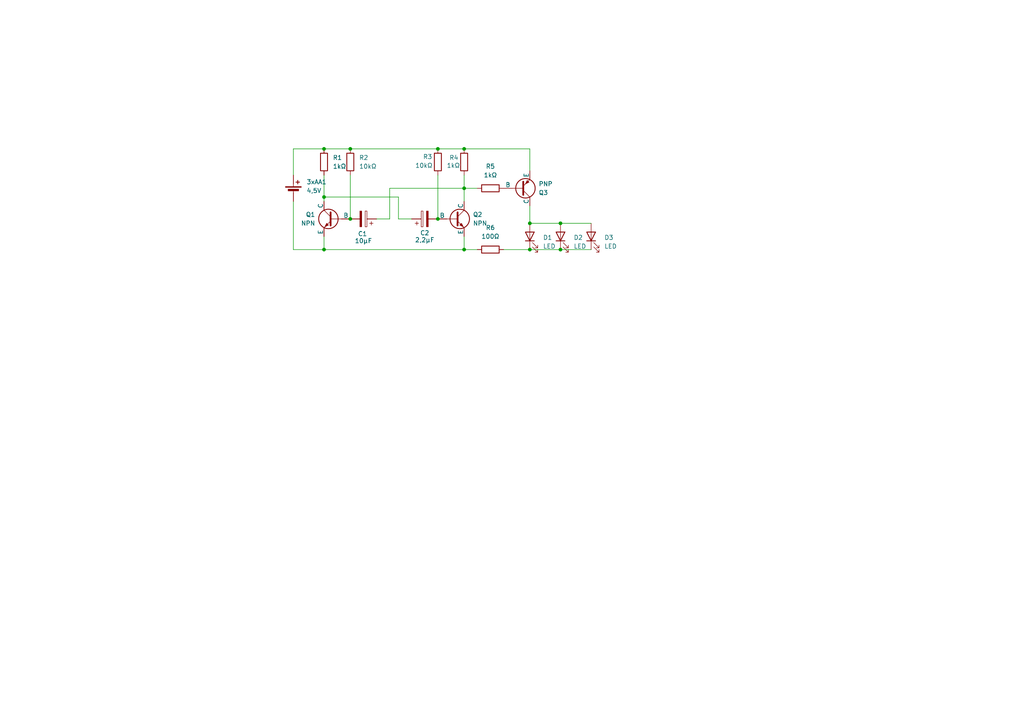
<source format=kicad_sch>
(kicad_sch (version 20250114) (generator "eeschema") (generator_version "9.0")
  (paper "A4")
  (lib_symbols
    (symbol "Device:Battery_Cell" (pin_numbers (hide yes)) (pin_names (offset 0) (hide yes))
      (property "Reference" "BT" (at 2.54 2.54 0))
      (property "Value" "Battery_Cell" (at 2.54 0 0))
      (symbol "Battery_Cell_0_1"
        (rectangle (start -2.286 1.778) (end 2.286 1.524) (fill (type outline)))
        (rectangle (start -1.524 1.016) (end 1.524 0.508) (fill (type outline)))
        (polyline (pts (xy 0 1.778) (xy 0 2.54)))
        (polyline (pts (xy 0 0.762) (xy 0 0)))
        (polyline (pts (xy 0.762 3.048) (xy 1.778 3.048)) (stroke (width 0.254)))
        (polyline (pts (xy 1.27 3.556) (xy 1.27 2.54)) (stroke (width 0.254)))
      )
      (symbol "Battery_Cell_1_1"
        (pin passive line (at 0 5.08 270) (length 2.54) (name "+") (number "1"))
        (pin passive line (at 0 -2.54 90) (length 2.54) (name "-") (number "2"))
      )
    )
    (symbol "Device:C_Polarized" (pin_numbers (hide yes)) (pin_names (offset 0.254))
      (property "Reference" "C" (at 0.635 2.54 0))
      (property "Value" "C_Polarized" (at 0.635 -2.54 0))
      (symbol "C_Polarized_0_1"
        (rectangle (start -2.286 0.508) (end 2.286 1.016))
        (polyline (pts (xy -1.778 2.286) (xy -0.762 2.286)))
        (polyline (pts (xy -1.27 2.794) (xy -1.27 1.778)))
        (rectangle (start 2.286 -0.508) (end -2.286 -1.016) (fill (type outline)))
      )
      (symbol "C_Polarized_1_1"
        (pin passive line (at 0 3.81 270) (length 2.794) (name "~") (number "1"))
        (pin passive line (at 0 -3.81 90) (length 2.794) (name "~") (number "2"))
      )
    )
    (symbol "Device:LED" (pin_numbers (hide yes)) (pin_names (offset 1.016) (hide yes))
      (property "Reference" "D" (at 0 2.54 0))
      (property "Value" "LED" (at 0 -2.54 0))
      (symbol "LED_0_1"
        (polyline (pts (xy -3.048 -0.762) (xy -4.572 -2.286) (xy -3.81 -2.286) (xy -4.572 -2.286) (xy -4.572 -1.524)))
        (polyline (pts (xy -1.778 -0.762) (xy -3.302 -2.286) (xy -2.54 -2.286) (xy -3.302 -2.286) (xy -3.302 -1.524)))
        (polyline (pts (xy -1.27 0) (xy 1.27 0)))
        (polyline (pts (xy -1.27 -1.27) (xy -1.27 1.27)) (stroke (width 0.254)))
        (polyline (pts (xy 1.27 -1.27) (xy 1.27 1.27) (xy -1.27 0) (xy 1.27 -1.27)) (stroke (width 0.254)))
      )
      (symbol "LED_1_1"
        (pin passive line (at -3.81 0 0) (length 2.54) (name "K") (number "1"))
        (pin passive line (at 3.81 0 180) (length 2.54) (name "A") (number "2"))
      )
    )
    (symbol "Device:R" (pin_numbers (hide yes)) (pin_names (offset 0))
      (property "Reference" "R" (at 2.032 0 90))
      (property "Value" "R" (at 0 0 90))
      (symbol "R_0_1"
        (rectangle (start -1.016 -2.54) (end 1.016 2.54) (stroke (width 0.254)))
      )
      (symbol "R_1_1"
        (pin passive line (at 0 3.81 270) (length 1.27) (name "~") (number "1"))
        (pin passive line (at 0 -3.81 90) (length 1.27) (name "~") (number "2"))
      )
    )
    (symbol "Simulation_SPICE:NPN" (pin_numbers (hide yes)) (pin_names (offset 0))
      (property "Reference" "Q" (at -2.54 7.62 0))
      (property "Value" "NPN" (at -2.54 5.08 0))
      (symbol "NPN_0_1"
        (polyline (pts (xy -2.54 0) (xy 0.635 0)) (stroke (width 0.1524)))
        (polyline (pts (xy 0.635 1.905) (xy 0.635 -1.905) (xy 0.635 -1.905)) (stroke (width 0.508)))
        (polyline (pts (xy 0.635 0.635) (xy 2.54 2.54)))
        (polyline (pts (xy 0.635 -0.635) (xy 2.54 -2.54) (xy 2.54 -2.54)))
        (circle (center 1.27 0) (radius 2.8194) (stroke (width 0.254)))
        (polyline (pts (xy 1.27 -1.778) (xy 1.778 -1.27) (xy 2.286 -2.286) (xy 1.27 -1.778) (xy 1.27 -1.778)) (fill (type outline)))
        (polyline (pts (xy 2.794 -1.27) (xy 2.794 -1.27)) (stroke (width 0.1524)))
        (polyline (pts (xy 2.794 -1.27) (xy 2.794 -1.27)) (stroke (width 0.1524)))
      )
      (symbol "NPN_1_1"
        (pin input line (at -5.08 0 0) (length 2.54) (name "B") (number "2"))
        (pin open_collector line (at 2.54 5.08 270) (length 2.54) (name "C") (number "1"))
        (pin open_emitter line (at 2.54 -5.08 90) (length 2.54) (name "E") (number "3"))
      )
    )
    (symbol "Simulation_SPICE:PNP" (pin_numbers (hide yes)) (pin_names (offset 0))
      (property "Reference" "Q" (at -2.54 7.62 0))
      (property "Value" "PNP" (at -2.54 5.08 0))
      (symbol "PNP_0_1"
        (polyline (pts (xy -2.54 0) (xy 0.635 0)) (stroke (width 0.1524)))
        (polyline (pts (xy 0.635 1.905) (xy 0.635 -1.905) (xy 0.635 -1.905)) (stroke (width 0.508)))
        (polyline (pts (xy 0.635 0.635) (xy 2.54 2.54)))
        (polyline (pts (xy 0.635 -0.635) (xy 2.54 -2.54) (xy 2.54 -2.54)))
        (circle (center 1.27 0) (radius 2.8194) (stroke (width 0.254)))
        (polyline (pts (xy 2.286 -1.778) (xy 1.778 -2.286) (xy 1.27 -1.27) (xy 2.286 -1.778) (xy 2.286 -1.778)) (fill (type outline)))
      )
      (symbol "PNP_1_1"
        (pin input line (at -5.08 0 0) (length 2.54) (name "B") (number "2"))
        (pin open_collector line (at 2.54 5.08 270) (length 2.54) (name "C") (number "1"))
        (pin open_emitter line (at 2.54 -5.08 90) (length 2.54) (name "E") (number "3"))
      )
    )
  )
  (junction (at 162.56 64.77))
  (junction (at 93.98 57.15))
  (junction (at 134.62 43.18))
  (junction (at 93.98 43.18))
  (junction (at 153.67 72.39))
  (junction (at 134.62 72.39))
  (junction (at 101.6 63.5))
  (junction (at 93.98 72.39))
  (junction (at 101.6 43.18))
  (junction (at 153.67 64.77))
  (junction (at 127 43.18))
  (junction (at 162.56 72.39))
  (junction (at 127 63.5))
  (junction (at 134.62 54.61))
  (wire (pts (xy 113.03 54.61) (xy 113.03 63.5)))
  (wire (pts (xy 93.98 72.39) (xy 93.98 68.58)))
  (wire (pts (xy 93.98 43.18) (xy 101.6 43.18)))
  (wire (pts (xy 93.98 57.15) (xy 115.57 57.15)))
  (wire (pts (xy 101.6 43.18) (xy 127 43.18)))
  (wire (pts (xy 153.67 59.69) (xy 153.67 64.77)))
  (wire (pts (xy 85.09 72.39) (xy 93.98 72.39)))
  (wire (pts (xy 134.62 54.61) (xy 138.43 54.61)))
  (wire (pts (xy 113.03 63.5) (xy 109.22 63.5)))
  (wire (pts (xy 146.05 72.39) (xy 153.67 72.39)))
  (wire (pts (xy 101.6 50.8) (xy 101.6 63.5)))
  (wire (pts (xy 115.57 57.15) (xy 115.57 63.5)))
  (wire (pts (xy 138.43 72.39) (xy 134.62 72.39)))
  (wire (pts (xy 93.98 50.8) (xy 93.98 57.15)))
  (wire (pts (xy 162.56 64.77) (xy 171.45 64.77)))
  (wire (pts (xy 127 50.8) (xy 127 63.5)))
  (wire (pts (xy 134.62 43.18) (xy 153.67 43.18)))
  (wire (pts (xy 153.67 64.77) (xy 162.56 64.77)))
  (wire (pts (xy 85.09 50.8) (xy 85.09 43.18)))
  (wire (pts (xy 134.62 72.39) (xy 134.62 68.58)))
  (wire (pts (xy 85.09 58.42) (xy 85.09 72.39)))
  (wire (pts (xy 93.98 72.39) (xy 134.62 72.39)))
  (wire (pts (xy 153.67 43.18) (xy 153.67 49.53)))
  (wire (pts (xy 85.09 43.18) (xy 93.98 43.18)))
  (wire (pts (xy 134.62 54.61) (xy 134.62 58.42)))
  (wire (pts (xy 127 43.18) (xy 134.62 43.18)))
  (wire (pts (xy 134.62 50.8) (xy 134.62 54.61)))
  (wire (pts (xy 162.56 72.39) (xy 171.45 72.39)))
  (wire (pts (xy 93.98 57.15) (xy 93.98 58.42)))
  (wire (pts (xy 115.57 63.5) (xy 119.38 63.5)))
  (wire (pts (xy 153.67 72.39) (xy 162.56 72.39)))
  (wire (pts (xy 134.62 54.61) (xy 113.03 54.61)))
  (symbol (lib_id "Simulation_SPICE:NPN") (at 132.08 63.5 0) (unit 1)
    (property "Reference" "Q2" (at 137.16 62.2299 0) (effects (justify left)))
    (property "Value" "NPN" (at 137.16 64.7699 0) (effects (justify left)))
    (property "Footprint" "Package_TO_SOT_THT:TO-92" (effects (hide yes)))
    (property "Datasheet" "https://ngspice.sourceforge.io/docs/ngspice-html-manual/manual.xhtml#cha_BJTs" (effects (hide yes)))
    (property "Description" "Bipolar transistor symbol for simulation only, substrate tied to the emitter" (effects (hide yes)))
    (property "Sim.Device" "NPN" (effects (hide yes)))
    (property "Sim.Type" "GUMMELPOON" (effects (hide yes)))
    (property "Sim.Pins" "1=C 2=B 3=E" (effects (hide yes)))
  )
  (symbol (lib_id "Simulation_SPICE:PNP") (at 151.13 54.61 0) (mirror x) (unit 1)
    (property "Reference" "Q3" (at 156.21 55.8801 0) (effects (justify left)))
    (property "Value" "PNP" (at 156.21 53.3401 0) (effects (justify left)))
    (property "Footprint" "Package_TO_SOT_THT:TO-92" (effects (hide yes)))
    (property "Datasheet" "https://ngspice.sourceforge.io/docs/ngspice-html-manual/manual.xhtml#cha_BJTs" (effects (hide yes)))
    (property "Description" "Bipolar transistor symbol for simulation only, substrate tied to the emitter" (effects (hide yes)))
    (property "Sim.Device" "PNP" (effects (hide yes)))
    (property "Sim.Type" "GUMMELPOON" (effects (hide yes)))
    (property "Sim.Pins" "1=C 2=B 3=E" (effects (hide yes)))
  )
  (symbol (lib_id "Simulation_SPICE:NPN") (at 96.52 63.5 0) (mirror y) (unit 1)
    (property "Reference" "Q1" (at 91.44 62.2299 0) (effects (justify left)))
    (property "Value" "NPN" (at 91.44 64.7699 0) (effects (justify left)))
    (property "Footprint" "Package_TO_SOT_THT:TO-92" (effects (hide yes)))
    (property "Datasheet" "https://ngspice.sourceforge.io/docs/ngspice-html-manual/manual.xhtml#cha_BJTs" (effects (hide yes)))
    (property "Description" "Bipolar transistor symbol for simulation only, substrate tied to the emitter" (effects (hide yes)))
    (property "Sim.Device" "NPN" (effects (hide yes)))
    (property "Sim.Type" "GUMMELPOON" (effects (hide yes)))
    (property "Sim.Pins" "1=C 2=B 3=E" (effects (hide yes)))
  )
  (symbol (lib_id "Device:LED") (at 171.45 68.58 90) (unit 1)
    (property "Reference" "D3" (at 175.26 68.8974 90) (effects (justify right)))
    (property "Value" "LED" (at 175.26 71.4374 90) (effects (justify right)))
    (property "Footprint" "LED_THT:LED_D5.0mm_Clear" (effects (hide yes)))
    (property "Description" "Light emitting diode" (effects (hide yes)))
    (property "Sim.Pins" "1=K 2=A" (effects (hide yes)))
  )
  (symbol (lib_id "Device:R") (at 101.6 46.99 0) (unit 1)
    (property "Reference" "R2" (at 104.14 45.7199 0) (effects (justify left)))
    (property "Value" "10kΩ" (at 104.14 48.2599 0) (effects (justify left)))
    (property "Footprint" "Resistor_THT:R_Axial_DIN0207_L6.3mm_D2.5mm_P7.62mm_Horizontal" (effects (hide yes)))
    (property "Description" "Resistor" (effects (hide yes)))
  )
  (symbol (lib_id "Device:Battery_Cell") (at 85.09 55.88 0) (unit 1)
    (property "Reference" "3xAA1" (at 88.9 52.7684 0) (effects (justify left)))
    (property "Value" "4,5V" (at 88.9 55.3084 0) (effects (justify left)))
    (property "Footprint" "Connector_PinHeader_1.00mm:PinHeader_1x02_P1.00mm_Horizontal" (effects (hide yes)))
    (property "Description" "Single-cell battery" (effects (hide yes)))
  )
  (symbol (lib_id "Device:LED") (at 162.56 68.58 90) (unit 1)
    (property "Reference" "D2" (at 166.37 68.8974 90) (effects (justify right)))
    (property "Value" "LED" (at 166.37 71.4374 90) (effects (justify right)))
    (property "Footprint" "LED_THT:LED_D5.0mm_Clear" (effects (hide yes)))
    (property "Description" "Light emitting diode" (effects (hide yes)))
    (property "Sim.Pins" "1=K 2=A" (effects (hide yes)))
  )
  (symbol (lib_id "Device:C_Polarized") (at 105.41 63.5 270) (mirror x) (unit 1)
    (property "Reference" "C1" (at 105.156 67.818 90))
    (property "Value" "10μF" (at 105.41 69.85 90))
    (property "Footprint" "Capacitor_THT:CP_Radial_D5.0mm_P2.50mm" (effects (hide yes)))
    (property "Description" "Polarized capacitor" (effects (hide yes)))
  )
  (symbol (lib_id "Device:R") (at 127 46.99 0) (unit 1)
    (property "Reference" "R3" (at 122.682 45.466 0) (effects (justify left)))
    (property "Value" "10kΩ" (at 120.396 48.006 0) (effects (justify left)))
    (property "Footprint" "Resistor_THT:R_Axial_DIN0207_L6.3mm_D2.5mm_P7.62mm_Horizontal" (effects (hide yes)))
    (property "Description" "Resistor" (effects (hide yes)))
  )
  (symbol (lib_id "Device:R") (at 93.98 46.99 0) (unit 1)
    (property "Reference" "R1" (at 96.52 45.7199 0) (effects (justify left)))
    (property "Value" "1kΩ" (at 96.52 48.2599 0) (effects (justify left)))
    (property "Footprint" "Resistor_THT:R_Axial_DIN0207_L6.3mm_D2.5mm_P7.62mm_Horizontal" (effects (hide yes)))
    (property "Description" "Resistor" (effects (hide yes)))
  )
  (symbol (lib_id "Device:R") (at 142.24 54.61 90) (unit 1)
    (property "Reference" "R5" (at 142.24 48.26 90))
    (property "Value" "1kΩ" (at 142.24 50.8 90))
    (property "Footprint" "Resistor_THT:R_Axial_DIN0207_L6.3mm_D2.5mm_P7.62mm_Horizontal" (effects (hide yes)))
    (property "Description" "Resistor" (effects (hide yes)))
  )
  (symbol (lib_id "Device:C_Polarized") (at 123.19 63.5 90) (unit 1)
    (property "Reference" "C2" (at 123.19 67.564 90))
    (property "Value" "2,2µF" (at 123.19 69.596 90))
    (property "Footprint" "Capacitor_THT:CP_Radial_D5.0mm_P2.50mm" (effects (hide yes)))
    (property "Description" "Polarized capacitor" (effects (hide yes)))
  )
  (symbol (lib_id "Device:R") (at 142.24 72.39 90) (unit 1)
    (property "Reference" "R6" (at 142.24 66.04 90))
    (property "Value" "100Ω" (at 142.24 68.58 90))
    (property "Footprint" "Resistor_THT:R_Axial_DIN0207_L6.3mm_D2.5mm_P7.62mm_Horizontal" (effects (hide yes)))
    (property "Description" "Resistor" (effects (hide yes)))
  )
  (symbol (lib_id "Device:R") (at 134.62 46.99 0) (unit 1)
    (property "Reference" "R4" (at 130.302 45.72 0) (effects (justify left)))
    (property "Value" "1kΩ" (at 129.54 48.006 0) (effects (justify left)))
    (property "Footprint" "Resistor_THT:R_Axial_DIN0207_L6.3mm_D2.5mm_P7.62mm_Horizontal" (effects (hide yes)))
    (property "Description" "Resistor" (effects (hide yes)))
  )
  (symbol (lib_id "Device:LED") (at 153.67 68.58 90) (unit 1)
    (property "Reference" "D1" (at 157.48 68.8974 90) (effects (justify right)))
    (property "Value" "LED" (at 157.48 71.4374 90) (effects (justify right)))
    (property "Footprint" "LED_THT:LED_D5.0mm_Clear" (effects (hide yes)))
    (property "Description" "Light emitting diode" (effects (hide yes)))
    (property "Sim.Pins" "1=K 2=A" (effects (hide yes)))
  )
)
</source>
